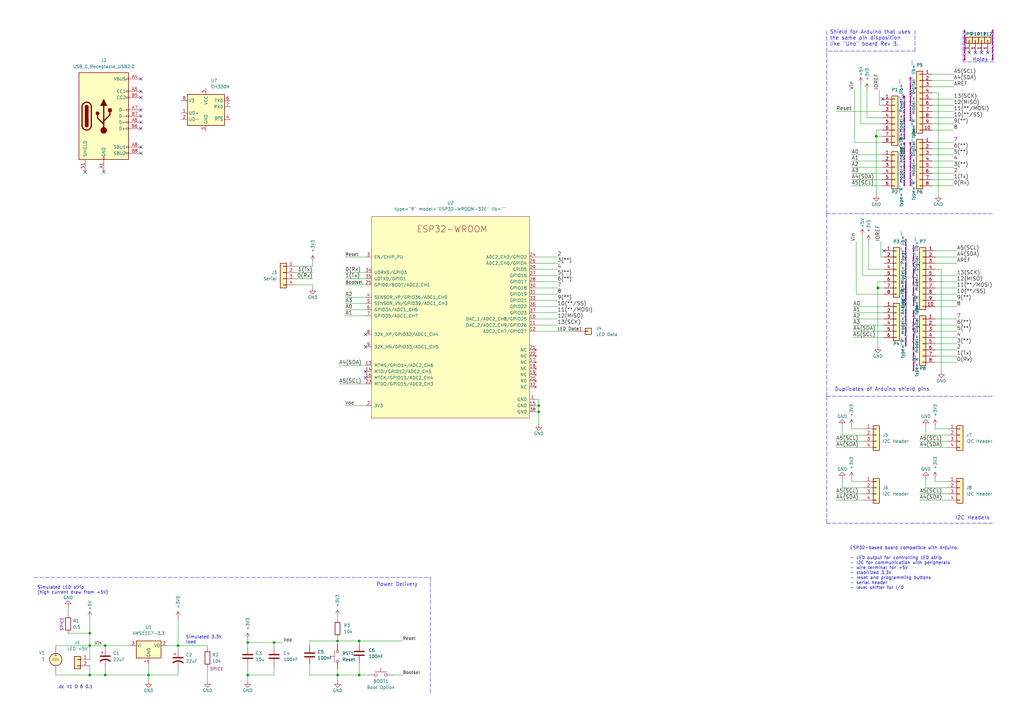
<source format=kicad_sch>
(kicad_sch (version 20211123) (generator eeschema)
  (paper "A3")
  (title_block (date "lun. 30 mars 2015"))
  (lib_symbols
    (symbol "Connector:USB_C_Receptacle_USB2.0" (pin_names (offset 1.016))
      (property "Reference" "J" (at -10.16 19.05 0))
      (property "Value" "USB_C_Receptacle_USB2.0" (at 19.05 19.05 0))
      (symbol "USB_C_Receptacle_USB2.0_1_1"
        (pin passive line (at 0 -22.86 90) (length 5.08) (name "GND") (number "A1"))
        (pin passive line (at 0 -22.86 90) (length 5.08) hide (name "GND") (number "A12"))
        (pin passive line (at 15.24 15.24 180) (length 5.08) (name "VBUS") (number "A4"))
        (pin bidirectional line (at 15.24 10.16 180) (length 5.08) (name "CC1") (number "A5"))
        (pin bidirectional line (at 15.24 -2.54 180) (length 5.08) (name "D+") (number "A6"))
        (pin bidirectional line (at 15.24 2.54 180) (length 5.08) (name "D-") (number "A7"))
        (pin bidirectional line (at 15.24 -12.7 180) (length 5.08) (name "SBU1") (number "A8"))
        (pin passive line (at 15.24 15.24 180) (length 5.08) hide (name "VBUS") (number "A9"))
        (pin passive line (at 0 -22.86 90) (length 5.08) hide (name "GND") (number "B1"))
        (pin passive line (at 0 -22.86 90) (length 5.08) hide (name "GND") (number "B12"))
        (pin passive line (at 15.24 15.24 180) (length 5.08) hide (name "VBUS") (number "B4"))
        (pin bidirectional line (at 15.24 7.62 180) (length 5.08) (name "CC2") (number "B5"))
        (pin bidirectional line (at 15.24 -5.08 180) (length 5.08) (name "D+") (number "B6"))
        (pin bidirectional line (at 15.24 0 180) (length 5.08) (name "D-") (number "B7"))
        (pin bidirectional line (at 15.24 -15.24 180) (length 5.08) (name "SBU2") (number "B8"))
        (pin passive line (at 15.24 15.24 180) (length 5.08) hide (name "VBUS") (number "B9"))
        (pin passive line (at -7.62 -22.86 90) (length 5.08) (name "SHIELD") (number "S1"))
      )
    )
    (symbol "Connector_Generic:Conn_01x01" (pin_names (offset 1.016) hide)
      (property "Reference" "J" (at 0 2.54 0))
      (property "Value" "Conn_01x01" (at 0 -2.54 0))
      (symbol "Conn_01x01_1_1"
        (pin passive line (at -5.08 0 0) (length 3.81) (name "Pin_1") (number "1"))
      )
    )
    (symbol "Connector_Generic:Conn_01x02" (pin_names (offset 1.016) hide)
      (property "Reference" "J" (at 0 2.54 0))
      (property "Value" "Conn_01x02" (at 0 -5.08 0))
      (symbol "Conn_01x02_1_1"
        (pin passive line (at -5.08 0 0) (length 3.81) (name "Pin_1") (number "1"))
        (pin passive line (at -5.08 -2.54 0) (length 3.81) (name "Pin_2") (number "2"))
      )
    )
    (symbol "Connector_Generic:Conn_01x04" (pin_names (offset 1.016) hide)
      (property "Reference" "J" (at 0 5.08 0))
      (property "Value" "Conn_01x04" (at 0 -7.62 0))
      (symbol "Conn_01x04_1_1"
        (pin passive line (at -5.08 2.54 0) (length 3.81) (name "Pin_1") (number "1"))
        (pin passive line (at -5.08 0 0) (length 3.81) (name "Pin_2") (number "2"))
        (pin passive line (at -5.08 -2.54 0) (length 3.81) (name "Pin_3") (number "3"))
        (pin passive line (at -5.08 -5.08 0) (length 3.81) (name "Pin_4") (number "4"))
      )
    )
    (symbol "Connector_Generic:Conn_01x06" (pin_names (offset 1.016) hide)
      (property "Reference" "J" (at 0 7.62 0))
      (property "Value" "Conn_01x06" (at 0 -10.16 0))
      (symbol "Conn_01x06_1_1"
        (pin passive line (at -5.08 5.08 0) (length 3.81) (name "Pin_1") (number "1"))
        (pin passive line (at -5.08 2.54 0) (length 3.81) (name "Pin_2") (number "2"))
        (pin passive line (at -5.08 0 0) (length 3.81) (name "Pin_3") (number "3"))
        (pin passive line (at -5.08 -2.54 0) (length 3.81) (name "Pin_4") (number "4"))
        (pin passive line (at -5.08 -5.08 0) (length 3.81) (name "Pin_5") (number "5"))
        (pin passive line (at -5.08 -7.62 0) (length 3.81) (name "Pin_6") (number "6"))
      )
    )
    (symbol "Connector_Generic:Conn_01x08" (pin_names (offset 1.016) hide)
      (property "Reference" "J" (at 0 10.16 0))
      (property "Value" "Conn_01x08" (at 0 -12.7 0))
      (symbol "Conn_01x08_1_1"
        (pin passive line (at -5.08 7.62 0) (length 3.81) (name "Pin_1") (number "1"))
        (pin passive line (at -5.08 5.08 0) (length 3.81) (name "Pin_2") (number "2"))
        (pin passive line (at -5.08 2.54 0) (length 3.81) (name "Pin_3") (number "3"))
        (pin passive line (at -5.08 0 0) (length 3.81) (name "Pin_4") (number "4"))
        (pin passive line (at -5.08 -2.54 0) (length 3.81) (name "Pin_5") (number "5"))
        (pin passive line (at -5.08 -5.08 0) (length 3.81) (name "Pin_6") (number "6"))
        (pin passive line (at -5.08 -7.62 0) (length 3.81) (name "Pin_7") (number "7"))
        (pin passive line (at -5.08 -10.16 0) (length 3.81) (name "Pin_8") (number "8"))
      )
    )
    (symbol "Connector_Generic:Conn_01x10" (pin_names (offset 1.016) hide)
      (property "Reference" "J" (at 0 12.7 0))
      (property "Value" "Conn_01x10" (at 0 -15.24 0))
      (symbol "Conn_01x10_1_1"
        (pin passive line (at -5.08 10.16 0) (length 3.81) (name "Pin_1") (number "1"))
        (pin passive line (at -5.08 -12.7 0) (length 3.81) (name "Pin_10") (number "10"))
        (pin passive line (at -5.08 7.62 0) (length 3.81) (name "Pin_2") (number "2"))
        (pin passive line (at -5.08 5.08 0) (length 3.81) (name "Pin_3") (number "3"))
        (pin passive line (at -5.08 2.54 0) (length 3.81) (name "Pin_4") (number "4"))
        (pin passive line (at -5.08 0 0) (length 3.81) (name "Pin_5") (number "5"))
        (pin passive line (at -5.08 -2.54 0) (length 3.81) (name "Pin_6") (number "6"))
        (pin passive line (at -5.08 -5.08 0) (length 3.81) (name "Pin_7") (number "7"))
        (pin passive line (at -5.08 -7.62 0) (length 3.81) (name "Pin_8") (number "8"))
        (pin passive line (at -5.08 -10.16 0) (length 3.81) (name "Pin_9") (number "9"))
      )
    )
    (symbol "Device:C" (pin_numbers hide) (pin_names (offset 0.254))
      (property "Reference" "C" (at 0.635 2.54 0))
      (property "Value" "C" (at 0.635 -2.54 0))
      (symbol "C_1_1"
        (pin passive line (at 0 3.81 270) (length 2.794) (name "~") (number "1"))
        (pin passive line (at 0 -3.81 90) (length 2.794) (name "~") (number "2"))
      )
    )
    (symbol "Device:C_Polarized_US" (pin_numbers hide) (pin_names (offset 0.254) hide)
      (property "Reference" "C" (at 0.635 2.54 0))
      (property "Value" "C_Polarized_US" (at 0.635 -2.54 0))
      (symbol "C_Polarized_US_1_1"
        (pin passive line (at 0 3.81 270) (length 2.794) (name "~") (number "1"))
        (pin passive line (at 0 -3.81 90) (length 3.302) (name "~") (number "2"))
      )
    )
    (symbol "Device:R" (pin_numbers hide) (pin_names (offset 0))
      (property "Reference" "R" (at 2.032 0 90))
      (property "Value" "R" (at 0 0 90))
      (symbol "R_1_1"
        (pin passive line (at 0 3.81 270) (length 1.27) (name "~") (number "1"))
        (pin passive line (at 0 -3.81 90) (length 1.27) (name "~") (number "2"))
      )
    )
    (symbol "Espressif:ESP32-WROOM-32E" (pin_names (offset 1.016))
      (property "Reference" "U" (at 0 43.18 0))
      (property "Value" "ESP32-WROOM-32E" (at 0 -41.91 0))
      (symbol "ESP32-WROOM-32E_1_1"
        (text "ESP32-­WROOM­" (at 1.27 36.83 0) (effects (font (size 2.54 2.54))))
        (pin power_in line (at 35.56 -33.02 180) (length 2.54) (name "GND") (number "1"))
        (pin bidirectional line (at 35.56 0 180) (length 2.54) (name "DAC_1/ADC2_CH8/GPIO25") (number "10"))
        (pin bidirectional line (at 35.56 -2.54 180) (length 2.54) (name "DAC_2/ADC2_CH9/GPIO26") (number "11"))
        (pin bidirectional line (at 35.56 -5.08 180) (length 2.54) (name "ADC2_CH7/GPIO27") (number "12"))
        (pin bidirectional line (at -34.29 -19.05 0) (length 2.54) (name "MTMS/GPIO14/ADC2_CH6") (number "13"))
        (pin bidirectional line (at -34.29 -21.59 0) (length 2.54) (name "MTDI/GPIO12/ADC2_CH5") (number "14"))
        (pin power_in line (at 35.56 -35.56 180) (length 2.54) (name "GND") (number "15"))
        (pin bidirectional line (at -34.29 -24.13 0) (length 2.54) (name "MTCK/GPIO13/ADC2_CH4") (number "16"))
        (pin no_connect line (at 35.56 -17.78 180) (length 2.54) (name "NC") (number "17"))
        (pin no_connect line (at 35.56 -20.32 180) (length 2.54) (name "NC") (number "18"))
        (pin no_connect line (at 35.56 -22.86 180) (length 2.54) (name "NC") (number "19"))
        (pin power_in line (at -34.29 -35.56 0) (length 2.54) (name "3V3") (number "2"))
        (pin no_connect line (at 35.56 -25.4 180) (length 2.54) (name "NC") (number "20"))
        (pin no_connect line (at 35.56 -12.7 180) (length 2.54) (name "NC") (number "21"))
        (pin no_connect line (at 35.56 -15.24 180) (length 2.54) (name "NC") (number "22"))
        (pin bidirectional line (at -34.29 -26.67 0) (length 2.54) (name "MTDO/GPIO15/ADC2_CH3") (number "23"))
        (pin bidirectional line (at 35.56 25.4 180) (length 2.54) (name "ADC2_CH2/GPIO2") (number "24"))
        (pin bidirectional line (at -34.29 13.97 0) (length 2.54) (name "GPIO0/BOOT/ADC2_CH1") (number "25"))
        (pin bidirectional line (at 35.56 22.86 180) (length 2.54) (name "ADC2_CH0/GPIO4") (number "26"))
        (pin bidirectional line (at 35.56 17.78 180) (length 2.54) (name "GPIO16") (number "27"))
        (pin bidirectional line (at 35.56 15.24 180) (length 2.54) (name "GPIO17") (number "28"))
        (pin bidirectional line (at 35.56 20.32 180) (length 2.54) (name "GPIO5") (number "29"))
        (pin input line (at -34.29 25.4 0) (length 2.54) (name "EN/CHIP_PU") (number "3"))
        (pin bidirectional line (at 35.56 12.7 180) (length 2.54) (name "GPIO18") (number "30"))
        (pin bidirectional line (at 35.56 10.16 180) (length 2.54) (name "GPIO19") (number "31"))
        (pin no_connect line (at 35.56 -27.94 180) (length 2.54) (name "NC") (number "32"))
        (pin bidirectional line (at 35.56 7.62 180) (length 2.54) (name "GPIO21") (number "33"))
        (pin bidirectional line (at -34.29 19.05 0) (length 2.54) (name "U0RXD/GPIO3") (number "34"))
        (pin bidirectional line (at -34.29 16.51 0) (length 2.54) (name "U0TXD/GPIO1") (number "35"))
        (pin bidirectional line (at 35.56 5.08 180) (length 2.54) (name "GPIO22") (number "36"))
        (pin bidirectional line (at 35.56 2.54 180) (length 2.54) (name "GPIO23") (number "37"))
        (pin power_in line (at 35.56 -38.1 180) (length 2.54) (name "GND") (number "38"))
        (pin input line (at -34.29 8.89 0) (length 2.54) (name "SENSOR_VP/GPIO36/ADC1_CH0") (number "4"))
        (pin input line (at -34.29 6.35 0) (length 2.54) (name "SENSOR_VN/GPIO39/ADC1_CH3") (number "5"))
        (pin input line (at -34.29 3.81 0) (length 2.54) (name "GPIO34/ADC1_CH6") (number "6"))
        (pin input line (at -34.29 1.27 0) (length 2.54) (name "GPIO35/ADC1_CH7") (number "7"))
        (pin bidirectional line (at -34.29 -6.35 0) (length 2.54) (name "32K_XP/GPIO32/ADC1_CH4") (number "8"))
        (pin bidirectional line (at -34.29 -11.43 0) (length 2.54) (name "32K_XN/GPIO33/ADC1_CH5") (number "9"))
      )
    )
    (symbol "Interface_USB:CH330N"
      (property "Reference" "U" (at -7.62 6.35 0))
      (property "Value" "CH330N" (at 7.62 6.35 0))
      (symbol "CH330N_1_1"
        (pin bidirectional line (at -10.16 -2.54 0) (length 2.54) (name "UD+") (number "1"))
        (pin bidirectional line (at -10.16 -5.08 0) (length 2.54) (name "UD-") (number "2"))
        (pin power_in line (at 0 -10.16 90) (length 2.54) (name "GND") (number "3"))
        (pin output line (at 10.16 -5.08 180) (length 2.54) (name "~{RTS}") (number "4"))
        (pin power_in line (at 0 7.62 270) (length 2.54) (name "VCC") (number "5"))
        (pin output line (at 10.16 2.54 180) (length 2.54) (name "TXD") (number "6"))
        (pin input line (at 10.16 0 180) (length 2.54) (name "RXD") (number "7"))
        (pin passive line (at -10.16 2.54 0) (length 2.54) (name "V3") (number "8"))
      )
    )
    (symbol "Regulator_Linear:AMS1117-3.3" (pin_names (offset 0.254))
      (property "Reference" "U" (at -3.81 3.175 0))
      (property "Value" "AMS1117-3.3" (at 0 3.175 0))
      (symbol "AMS1117-3.3_1_1"
        (pin power_in line (at 0 -7.62 90) (length 2.54) (name "GND") (number "1"))
        (pin power_out line (at 7.62 0 180) (length 2.54) (name "VO") (number "2"))
        (pin power_in line (at -7.62 0 0) (length 2.54) (name "VI") (number "3"))
      )
    )
    (symbol "Simulation_SPICE:VDC" (pin_numbers hide) (pin_names (offset 0.0254))
      (property "Reference" "V" (at 2.54 2.54 0))
      (property "Value" "VDC" (at 2.54 0 0))
      (property "Spice_Model" "dc(1)" (at 2.54 -2.54 0))
      (symbol "VDC_0_0"
        (text "+" (at 0 1.905 0) (effects (font (size 1.27 1.27))))
      )
      (symbol "VDC_1_1"
        (pin passive line (at 0 5.08 270) (length 2.54) (name "~") (number "1"))
        (pin passive line (at 0 -5.08 90) (length 2.54) (name "~") (number "2"))
      )
    )
    (symbol "Switch:SW_Push" (pin_numbers hide) (pin_names (offset 1.016) hide)
      (property "Reference" "SW" (at 1.27 2.54 0))
      (property "Value" "SW_Push" (at 0 -1.524 0))
      (symbol "SW_Push_0_1"
        (pin passive line (at -5.08 0 0) (length 2.54) (name "1") (number "1"))
        (pin passive line (at 5.08 0 180) (length 2.54) (name "2") (number "2"))
      )
    )
    (symbol "power:+3.3V" (power) (pin_names (offset 0))
      (property "Value" "+3.3V" (at 0 3.556 0))
      (symbol "+3.3V_1_1"
        (pin power_in line (at 0 0 90) (length 0) hide (name "+3V3") (number "1"))
      )
    )
    (symbol "power:+5V" (power) (pin_names (offset 0))
      (property "Value" "+5V" (at 0 3.556 0))
      (symbol "+5V_1_1"
        (pin power_in line (at 0 0 90) (length 0) hide (name "+5V") (number "1"))
      )
    )
    (symbol "power:GND" (power) (pin_names (offset 0))
      (property "Value" "GND" (at 0 -3.81 0))
      (symbol "GND_1_1"
        (pin power_in line (at 0 0 270) (length 0) hide (name "GND") (number "1"))
      )
    )
  )
  (junction (at 36.83 259.715))
  (junction (at 73.025 264.795))
  (junction (at 138.43 276.86))
  (junction (at 112.395 263.525))
  (junction (at 138.43 262.89))
  (junction (at 359.41 55.88) (diameter 1.016))
  (junction (at 147.32 262.89))
  (junction (at 60.96 276.86))
  (junction (at 147.32 276.86))
  (junction (at 360.045 118.11) (diameter 1.016))
  (junction (at 101.6 263.525))
  (junction (at 43.18 264.795))
  (junction (at 220.98 168.91))
  (junction (at 36.83 264.795))
  (junction (at 36.83 276.86))
  (junction (at 43.18 276.86))
  (junction (at 101.6 276.86))
  (junction (at 220.98 166.37))
  (no_connect (at 402.59 21.59))
  (no_connect (at 397.51 21.59))
  (no_connect (at 400.05 21.59))
  (no_connect (at 405.13 21.59))
  (no_connect (at 361.95 40.64))
  (no_connect (at 57.785 32.385))
  (no_connect (at 57.785 37.465))
  (no_connect (at 57.785 40.005))
  (no_connect (at 57.785 45.085))
  (no_connect (at 57.785 47.625))
  (no_connect (at 57.785 50.165))
  (no_connect (at 57.785 52.705))
  (no_connect (at 57.785 60.325))
  (no_connect (at 57.785 62.865))
  (no_connect (at 42.545 70.485))
  (no_connect (at 34.925 70.485))
  (no_connect (at 149.86 137.16))
  (no_connect (at 149.86 142.24))
  (no_connect (at 149.86 152.4))
  (no_connect (at 149.86 154.94))
  (no_connect (at 362.585 102.87))
  (wire (pts (xy 139.065 157.48) (xy 149.86 157.48)))
  (wire (pts (xy 383.54 146.05) (xy 392.43 146.05)))
  (wire (pts (xy 60.96 276.86) (xy 60.96 279.4)))
  (wire (pts (xy 219.71 115.57) (xy 228.6 115.57)))
  (wire (pts (xy 219.71 120.65) (xy 228.6 120.65)))
  (wire (pts (xy 361.95 48.26) (xy 355.6 48.26)))
  (wire (pts (xy 138.43 262.89) (xy 147.32 262.89)))
  (wire (pts (xy 219.71 123.19) (xy 228.6 123.19)))
  (wire (pts (xy 362.585 135.89) (xy 349.885 135.89)))
  (wire (pts (xy 383.54 140.97) (xy 392.43 140.97)))
  (wire (pts (xy 361.95 71.12) (xy 349.25 71.12)))
  (wire (pts (xy 101.6 265.43) (xy 101.6 263.525)))
  (wire (pts (xy 147.32 262.89) (xy 147.32 264.16)))
  (wire (pts (xy 128.27 116.84) (xy 128.27 118.11)))
  (wire (pts (xy 362.585 110.49) (xy 356.235 110.49)))
  (polyline (pts (xy 375.285 20.955) (xy 375.285 12.065)) (stroke (width 0) (type dash)))
  (wire (pts (xy 383.54 115.57) (xy 392.43 115.57)))
  (wire (pts (xy 73.025 276.86) (xy 73.025 274.32)))
  (wire (pts (xy 353.695 113.03) (xy 353.695 96.52)))
  (wire (pts (xy 219.71 125.73) (xy 228.6 125.73)))
  (wire (pts (xy 22.86 275.59) (xy 22.86 276.86)))
  (wire (pts (xy 382.27 63.5) (xy 391.16 63.5)))
  (wire (pts (xy 383.54 125.73) (xy 392.43 125.73)))
  (wire (pts (xy 127 272.415) (xy 127 276.86)))
  (wire (pts (xy 73.025 264.795) (xy 73.025 253.365)))
  (wire (pts (xy 141.605 121.92) (xy 149.86 121.92)))
  (wire (pts (xy 147.32 262.89) (xy 165.1 262.89)))
  (wire (pts (xy 22.86 264.795) (xy 36.83 264.795)))
  (wire (pts (xy 383.54 138.43) (xy 392.43 138.43)))
  (wire (pts (xy 138.43 261.62) (xy 138.43 262.89)))
  (wire (pts (xy 219.71 168.91) (xy 220.98 168.91)))
  (wire (pts (xy 377.19 202.565) (xy 388.62 202.565)))
  (wire (pts (xy 383.54 118.11) (xy 392.43 118.11)))
  (wire (pts (xy 388.62 175.895) (xy 383.54 175.895)))
  (wire (pts (xy 138.43 276.86) (xy 147.32 276.86)))
  (wire (pts (xy 383.54 113.03) (xy 392.43 113.03)))
  (wire (pts (xy 359.41 53.34) (xy 359.41 55.88)))
  (wire (pts (xy 383.54 175.895) (xy 383.54 174.625)))
  (wire (pts (xy 128.27 114.3) (xy 121.285 114.3)))
  (wire (pts (xy 349.25 197.485) (xy 349.25 196.215)))
  (wire (pts (xy 361.315 99.06) (xy 361.315 105.41)))
  (wire (pts (xy 382.27 43.18) (xy 391.16 43.18)))
  (wire (pts (xy 22.86 265.43) (xy 22.86 264.795)))
  (wire (pts (xy 379.73 200.025) (xy 379.73 196.215)))
  (wire (pts (xy 384.81 38.1) (xy 384.81 80.01)))
  (wire (pts (xy 361.95 53.34) (xy 359.41 53.34)))
  (wire (pts (xy 377.19 205.105) (xy 388.62 205.105)))
  (wire (pts (xy 73.025 264.795) (xy 73.025 266.7)))
  (wire (pts (xy 342.9 180.975) (xy 354.33 180.975)))
  (wire (pts (xy 43.18 273.685) (xy 43.18 276.86)))
  (wire (pts (xy 36.83 273.05) (xy 36.83 276.86)))
  (polyline (pts (xy 339.09 162.56) (xy 407.67 162.56)) (stroke (width 0) (type dash)))
  (wire (pts (xy 383.54 105.41) (xy 392.43 105.41)))
  (wire (pts (xy 112.395 276.86) (xy 101.6 276.86)))
  (wire (pts (xy 382.27 53.34) (xy 391.16 53.34)))
  (wire (pts (xy 383.54 133.35) (xy 392.43 133.35)))
  (wire (pts (xy 360.68 43.18) (xy 361.95 43.18)))
  (wire (pts (xy 377.19 183.515) (xy 388.62 183.515)))
  (wire (pts (xy 361.95 50.8) (xy 353.06 50.8)))
  (wire (pts (xy 354.33 175.895) (xy 349.25 175.895)))
  (wire (pts (xy 36.83 276.86) (xy 43.18 276.86)))
  (wire (pts (xy 342.9 183.515) (xy 354.33 183.515)))
  (wire (pts (xy 112.395 263.525) (xy 116.205 263.525)))
  (wire (pts (xy 382.27 40.64) (xy 391.16 40.64)))
  (wire (pts (xy 36.83 253.365) (xy 36.83 259.715)))
  (wire (pts (xy 362.585 128.27) (xy 349.885 128.27)))
  (wire (pts (xy 342.9 202.565) (xy 354.33 202.565)))
  (wire (pts (xy 68.58 264.795) (xy 73.025 264.795)))
  (wire (pts (xy 382.27 58.42) (xy 391.16 58.42)))
  (wire (pts (xy 361.95 66.04) (xy 349.25 66.04)))
  (wire (pts (xy 112.395 273.05) (xy 112.395 276.86)))
  (wire (pts (xy 362.585 138.43) (xy 349.885 138.43)))
  (wire (pts (xy 220.98 163.83) (xy 219.71 163.83)))
  (wire (pts (xy 388.62 178.435) (xy 379.73 178.435)))
  (wire (pts (xy 382.27 30.48) (xy 391.16 30.48)))
  (wire (pts (xy 138.43 264.16) (xy 138.43 262.89)))
  (wire (pts (xy 128.27 111.76) (xy 121.285 111.76)))
  (wire (pts (xy 141.605 127) (xy 149.86 127)))
  (wire (pts (xy 219.71 130.81) (xy 228.6 130.81)))
  (wire (pts (xy 85.09 273.685) (xy 85.09 279.4)))
  (wire (pts (xy 382.27 71.12) (xy 391.16 71.12)))
  (wire (pts (xy 383.54 148.59) (xy 392.43 148.59)))
  (wire (pts (xy 101.6 276.86) (xy 101.6 279.4)))
  (wire (pts (xy 141.605 105.41) (xy 149.86 105.41)))
  (wire (pts (xy 219.71 128.27) (xy 228.6 128.27)))
  (wire (pts (xy 220.98 166.37) (xy 220.98 163.83)))
  (wire (pts (xy 138.43 252.73) (xy 138.43 254)))
  (wire (pts (xy 36.83 259.715) (xy 27.94 259.715)))
  (wire (pts (xy 360.045 115.57) (xy 360.045 118.11)))
  (wire (pts (xy 219.71 166.37) (xy 220.98 166.37)))
  (wire (pts (xy 388.62 200.025) (xy 379.73 200.025)))
  (wire (pts (xy 361.95 58.42) (xy 350.52 58.42)))
  (wire (pts (xy 362.585 120.65) (xy 351.155 120.65)))
  (wire (pts (xy 362.585 130.81) (xy 349.885 130.81)))
  (wire (pts (xy 85.09 266.065) (xy 85.09 264.795)))
  (wire (pts (xy 219.71 105.41) (xy 228.6 105.41)))
  (wire (pts (xy 383.54 135.89) (xy 392.43 135.89)))
  (wire (pts (xy 85.09 264.795) (xy 73.025 264.795)))
  (wire (pts (xy 60.96 276.86) (xy 73.025 276.86)))
  (wire (pts (xy 361.95 63.5) (xy 349.25 63.5)))
  (wire (pts (xy 60.96 272.415) (xy 60.96 276.86)))
  (wire (pts (xy 141.605 116.84) (xy 149.86 116.84)))
  (wire (pts (xy 382.27 45.72) (xy 391.16 45.72)))
  (wire (pts (xy 345.44 178.435) (xy 345.44 174.625)))
  (wire (pts (xy 361.95 73.66) (xy 349.25 73.66)))
  (wire (pts (xy 36.83 270.51) (xy 36.83 264.795)))
  (polyline (pts (xy 407.67 25.4) (xy 394.97 25.4)) (stroke (width 0) (type dash)))
  (wire (pts (xy 101.6 273.05) (xy 101.6 276.86)))
  (wire (pts (xy 383.54 130.81) (xy 392.43 130.81)))
  (wire (pts (xy 141.605 124.46) (xy 149.86 124.46)))
  (wire (pts (xy 127 262.89) (xy 138.43 262.89)))
  (wire (pts (xy 361.95 45.72) (xy 342.9 45.72)))
  (wire (pts (xy 382.27 38.1) (xy 384.81 38.1)))
  (wire (pts (xy 361.95 55.88) (xy 359.41 55.88)))
  (wire (pts (xy 382.27 50.8) (xy 391.16 50.8)))
  (wire (pts (xy 220.98 168.91) (xy 220.98 166.37)))
  (wire (pts (xy 147.32 276.86) (xy 151.13 276.86)))
  (wire (pts (xy 349.25 175.895) (xy 349.25 174.625)))
  (wire (pts (xy 220.98 173.99) (xy 220.98 168.91)))
  (wire (pts (xy 128.27 109.22) (xy 128.27 107.315)))
  (wire (pts (xy 141.605 111.76) (xy 149.86 111.76)))
  (wire (pts (xy 43.18 264.795) (xy 53.34 264.795)))
  (wire (pts (xy 127 264.795) (xy 127 262.89)))
  (wire (pts (xy 359.41 55.88) (xy 359.41 80.01)))
  (wire (pts (xy 354.33 200.025) (xy 345.44 200.025)))
  (wire (pts (xy 43.18 276.86) (xy 60.96 276.86)))
  (wire (pts (xy 345.44 200.025) (xy 345.44 196.215)))
  (wire (pts (xy 362.585 113.03) (xy 353.695 113.03)))
  (wire (pts (xy 377.19 180.975) (xy 388.62 180.975)))
  (wire (pts (xy 350.52 58.42) (xy 350.52 36.83)))
  (wire (pts (xy 36.83 264.795) (xy 43.18 264.795)))
  (wire (pts (xy 383.54 143.51) (xy 392.43 143.51)))
  (polyline (pts (xy 339.09 87.63) (xy 407.67 87.63)) (stroke (width 0) (type dash)))
  (wire (pts (xy 386.08 110.49) (xy 386.08 152.4)))
  (wire (pts (xy 219.71 135.89) (xy 236.22 135.89)))
  (wire (pts (xy 112.395 265.43) (xy 112.395 263.525)))
  (wire (pts (xy 382.27 68.58) (xy 391.16 68.58)))
  (polyline (pts (xy 339.09 214.63) (xy 407.67 214.63)) (stroke (width 0) (type dash)))
  (polyline (pts (xy 13.97 236.855) (xy 176.53 236.855)) (stroke (width 0) (type dash)))
  (wire (pts (xy 43.18 264.795) (xy 43.18 266.065)))
  (wire (pts (xy 361.95 76.2) (xy 349.25 76.2)))
  (wire (pts (xy 379.73 178.435) (xy 379.73 174.625)))
  (wire (pts (xy 362.585 133.35) (xy 349.885 133.35)))
  (wire (pts (xy 141.605 166.37) (xy 149.86 166.37)))
  (wire (pts (xy 383.54 107.95) (xy 392.43 107.95)))
  (wire (pts (xy 382.27 73.66) (xy 391.16 73.66)))
  (polyline (pts (xy 394.97 25.4) (xy 394.97 12.7)) (stroke (width 0) (type dash)))
  (wire (pts (xy 219.71 133.35) (xy 228.6 133.35)))
  (wire (pts (xy 147.32 276.86) (xy 147.32 271.78)))
  (wire (pts (xy 382.27 60.96) (xy 391.16 60.96)))
  (wire (pts (xy 342.9 205.105) (xy 354.33 205.105)))
  (wire (pts (xy 36.83 259.715) (xy 36.83 264.795)))
  (polyline (pts (xy 339.09 162.56) (xy 339.09 214.63)) (stroke (width 0) (type dash)))
  (wire (pts (xy 127 276.86) (xy 138.43 276.86)))
  (wire (pts (xy 219.71 113.03) (xy 228.6 113.03)))
  (wire (pts (xy 353.06 50.8) (xy 353.06 34.29)))
  (wire (pts (xy 121.285 116.84) (xy 128.27 116.84)))
  (wire (pts (xy 362.585 115.57) (xy 360.045 115.57)))
  (wire (pts (xy 161.29 276.86) (xy 165.1 276.86)))
  (wire (pts (xy 27.94 248.92) (xy 27.94 252.095)))
  (wire (pts (xy 383.54 120.65) (xy 392.43 120.65)))
  (wire (pts (xy 383.54 102.87) (xy 392.43 102.87)))
  (wire (pts (xy 139.065 149.86) (xy 149.86 149.86)))
  (wire (pts (xy 382.27 33.02) (xy 391.16 33.02)))
  (wire (pts (xy 219.71 107.95) (xy 228.6 107.95)))
  (wire (pts (xy 351.155 120.65) (xy 351.155 99.06)))
  (wire (pts (xy 354.33 197.485) (xy 349.25 197.485)))
  (wire (pts (xy 356.235 110.49) (xy 356.235 99.06)))
  (wire (pts (xy 382.27 66.04) (xy 391.16 66.04)))
  (wire (pts (xy 382.27 35.56) (xy 391.16 35.56)))
  (wire (pts (xy 22.86 276.86) (xy 36.83 276.86)))
  (wire (pts (xy 219.71 118.11) (xy 228.6 118.11)))
  (wire (pts (xy 141.605 114.3) (xy 149.86 114.3)))
  (polyline (pts (xy 339.09 12.7) (xy 339.09 87.63)) (stroke (width 0) (type dash)))
  (wire (pts (xy 121.285 109.22) (xy 128.27 109.22)))
  (wire (pts (xy 362.585 118.11) (xy 360.045 118.11)))
  (wire (pts (xy 355.6 48.26) (xy 355.6 36.83)))
  (wire (pts (xy 360.68 36.83) (xy 360.68 43.18)))
  (wire (pts (xy 383.54 197.485) (xy 383.54 196.215)))
  (wire (pts (xy 360.045 118.11) (xy 360.045 142.24)))
  (wire (pts (xy 138.43 276.86) (xy 138.43 279.4)))
  (wire (pts (xy 101.6 262.255) (xy 101.6 263.525)))
  (wire (pts (xy 383.54 123.19) (xy 392.43 123.19)))
  (wire (pts (xy 141.605 129.54) (xy 149.86 129.54)))
  (wire (pts (xy 382.27 76.2) (xy 391.16 76.2)))
  (wire (pts (xy 382.27 48.26) (xy 391.16 48.26)))
  (wire (pts (xy 138.43 274.32) (xy 138.43 276.86)))
  (wire (pts (xy 361.315 105.41) (xy 362.585 105.41)))
  (wire (pts (xy 219.71 110.49) (xy 228.6 110.49)))
  (wire (pts (xy 388.62 197.485) (xy 383.54 197.485)))
  (wire (pts (xy 101.6 263.525) (xy 112.395 263.525)))
  (polyline (pts (xy 176.53 236.855) (xy 176.53 284.48)) (stroke (width 0) (type dash)))
  (wire (pts (xy 361.95 68.58) (xy 349.25 68.58)))
  (wire (pts (xy 354.33 178.435) (xy 345.44 178.435)))
  (wire (pts (xy 383.54 110.49) (xy 386.08 110.49)))
  (wire (pts (xy 362.585 125.73) (xy 349.885 125.73)))
  (polyline (pts (xy 339.725 20.955) (xy 375.285 20.955)) (stroke (width 0) (type dash)))
  (polyline (pts (xy 339.09 87.63) (xy 339.09 162.56)) (stroke (width 0) (type dash)))
  (text "Simulated 3.3V\nload" (at 76.2 264.16 0) (effects (font (size 1.27 1.27)) (justify left bottom)))
  (text "ESP32-based board compatible with Arduino.\n\n- LED output for controlling LED strip\n- I2C for communication with peripherals\n- wire terminal for +5V\n- stabilized 3.3V\n- reset and programming buttons\n- serial header\n- level shifter for I/O" (at 348.615 241.935 0) (effects (font (size 1.27 1.27)) (justify left bottom)))
  (text ".dc V1 0 6 0.1" (at 23.495 282.575 0) (effects (font (size 1.27 1.27)) (justify left bottom)))
  (text "Simulated LED strip\n(high current draw from +5V)" (at 15.24 243.84 0) (effects (font (size 1.27 1.27)) (justify left bottom)))
  (text "Holes" (at 398.78 25.4 0) (effects (font (size 1.524 1.524)) (justify left bottom)))
  (text "Duplicates of Arduino shield pins" (at 342.265 160.655 0) (effects (font (size 1.524 1.524)) (justify left bottom)))
  (text "Shield for Arduino that uses\nthe same pin disposition\nlike \"Uno\" board Rev 3." (at 340.36 19.05 0) (effects (font (size 1.524 1.524)) (justify left bottom)))
  (text "I2C Headers" (at 391.795 213.36 0) (effects (font (size 1.524 1.524)) (justify left bottom)))
  (text "1" (at 369.57 40.64 0) (effects (font (size 1.524 1.524)) (justify left bottom)))
  (text "Power Delivery" (at 154.305 240.665 0) (effects (font (size 1.524 1.524)) (justify left bottom)))
  (label "2" (at 392.43 143.51 0) (effects (font (size 1.524 1.524))))
  (label "1(Tx)" (at 392.43 146.05 0) (effects (font (size 1.524 1.524))))
  (label "Vin" (at 350.52 36.83 90) (effects (font (size 1.524 1.524))))
  (label "A0" (at 141.605 127 0) (effects (font (size 1.524 1.524))))
  (label "0(Rx)" (at 392.43 148.59 0) (effects (font (size 1.524 1.524))))
  (label "Reset" (at 165.1 262.89 0))
  (label "A1" (at 141.605 129.54 0) (effects (font (size 1.524 1.524))))
  (label "Vin" (at 38.735 264.795 0))
  (label "0(Rx)" (at 391.16 76.2 0) (effects (font (size 1.524 1.524))))
  (label "9(**)" (at 228.6 123.19 0) (effects (font (size 1.524 1.524))))
  (label "A3" (at 141.605 124.46 0) (effects (font (size 1.524 1.524))))
  (label "0(Rx)" (at 128.27 114.3 180) (effects (font (size 1.524 1.524))))
  (label "A4(SDA)" (at 349.25 73.66 0) (effects (font (size 1.524 1.524))))
  (label "A5(SCL)" (at 392.43 102.87 0) (effects (font (size 1.524 1.524))))
  (label "AREF" (at 392.43 107.95 0) (effects (font (size 1.524 1.524))))
  (label "A4(SDA)" (at 392.43 105.41 0) (effects (font (size 1.524 1.524))))
  (label "7" (at 228.6 118.11 0) (effects (font (size 1.524 1.524))))
  (label "13(SCK)" (at 228.6 133.35 0) (effects (font (size 1.524 1.524))))
  (label "Bootsel" (at 165.1 276.86 0))
  (label "3(**)" (at 392.43 140.97 0) (effects (font (size 1.524 1.524))))
  (label "12(MISO)" (at 392.43 115.57 0) (effects (font (size 1.524 1.524))))
  (label "A4(SDA)" (at 342.9 183.515 0) (effects (font (size 1.524 1.524))))
  (label "2" (at 228.6 105.41 0) (effects (font (size 1.524 1.524))))
  (label "9(**)" (at 392.43 123.19 0) (effects (font (size 1.524 1.524))))
  (label "4" (at 391.16 66.04 0) (effects (font (size 1.524 1.524))))
  (label "A4(SDA)" (at 342.9 205.105 0) (effects (font (size 1.524 1.524))))
  (label "3(**)" (at 228.6 107.95 0) (effects (font (size 1.524 1.524))))
  (label "0(Rx)" (at 141.605 111.76 0) (effects (font (size 1.524 1.524))))
  (label "5(**)" (at 391.16 63.5 0) (effects (font (size 1.524 1.524))))
  (label "A2" (at 349.25 68.58 0) (effects (font (size 1.524 1.524))))
  (label "A5(SCL)" (at 349.25 76.2 0) (effects (font (size 1.524 1.524))))
  (label "A0" (at 349.25 63.5 0) (effects (font (size 1.524 1.524))))
  (label "12(MISO)" (at 228.6 130.81 0) (effects (font (size 1.524 1.524))))
  (label "5(**)" (at 228.6 113.03 0) (effects (font (size 1.524 1.524))))
  (label "1(Tx)" (at 128.27 111.76 180) (effects (font (size 1.524 1.524))))
  (label "10(**/SS)" (at 228.6 125.73 0) (effects (font (size 1.524 1.524))))
  (label "A1" (at 349.25 66.04 0) (effects (font (size 1.524 1.524))))
  (label "Vdd" (at 116.205 263.525 0))
  (label "A2" (at 141.605 121.92 0) (effects (font (size 1.524 1.524))))
  (label "A5(SCL)" (at 342.9 180.975 0) (effects (font (size 1.524 1.524))))
  (label "Bootsel" (at 141.605 116.84 0))
  (label "LED Data" (at 228.6 135.89 0))
  (label "A5(SCL)" (at 139.065 157.48 0) (effects (font (size 1.524 1.524))))
  (label "A1" (at 349.885 128.27 0) (effects (font (size 1.524 1.524))))
  (label "10(**/SS)" (at 391.16 48.26 0) (effects (font (size 1.524 1.524))))
  (label "5(**)" (at 392.43 135.89 0) (effects (font (size 1.524 1.524))))
  (label "13(SCK)" (at 391.16 40.64 0) (effects (font (size 1.524 1.524))))
  (label "4" (at 228.6 110.49 0) (effects (font (size 1.524 1.524))))
  (label "A5(SCL)" (at 349.885 138.43 0) (effects (font (size 1.524 1.524))))
  (label "A3" (at 349.885 133.35 0) (effects (font (size 1.524 1.524))))
  (label "A4(SDA)" (at 377.19 205.105 0) (effects (font (size 1.524 1.524))))
  (label "Reset" (at 141.605 105.41 0))
  (label "A5(SCL)" (at 377.19 180.975 0) (effects (font (size 1.524 1.524))))
  (label "7" (at 392.43 130.81 0) (effects (font (size 1.524 1.524))))
  (label "A5(SCL)" (at 342.9 202.565 0) (effects (font (size 1.524 1.524))))
  (label "IOREF" (at 361.315 99.06 90) (effects (font (size 1.524 1.524))))
  (label "7" (at 391.16 58.42 0) (effects (font (size 1.524 1.524))))
  (label "A4(SDA)" (at 391.16 33.02 0) (effects (font (size 1.524 1.524))))
  (label "A3" (at 349.25 71.12 0) (effects (font (size 1.524 1.524))))
  (label "Reset" (at 342.9 45.72 0) (effects (font (size 1.524 1.524))))
  (label "2" (at 391.16 71.12 0) (effects (font (size 1.524 1.524))))
  (label "12(MISO)" (at 391.16 43.18 0) (effects (font (size 1.524 1.524))))
  (label "4" (at 392.43 138.43 0) (effects (font (size 1.524 1.524))))
  (label "3(**)" (at 391.16 68.58 0) (effects (font (size 1.524 1.524))))
  (label "6(**)" (at 228.6 115.57 0) (effects (font (size 1.524 1.524))))
  (label "8" (at 228.6 120.65 0) (effects (font (size 1.524 1.524))))
  (label "9(**)" (at 391.16 50.8 0) (effects (font (size 1.524 1.524))))
  (label "8" (at 391.16 53.34 0) (effects (font (size 1.524 1.524))))
  (label "A4(SDA)" (at 139.065 149.86 0) (effects (font (size 1.524 1.524))))
  (label "A2" (at 349.885 130.81 0) (effects (font (size 1.524 1.524))))
  (label "13(SCK)" (at 392.43 113.03 0) (effects (font (size 1.524 1.524))))
  (label "6(**)" (at 392.43 133.35 0) (effects (font (size 1.524 1.524))))
  (label "A5(SCL)" (at 391.16 30.48 0) (effects (font (size 1.524 1.524))))
  (label "IOREF" (at 360.68 36.83 90) (effects (font (size 1.524 1.524))))
  (label "A4(SDA)" (at 377.19 183.515 0) (effects (font (size 1.524 1.524))))
  (label "A5(SCL)" (at 377.19 202.565 0) (effects (font (size 1.524 1.524))))
  (label "AREF" (at 391.16 35.56 0) (effects (font (size 1.524 1.524))))
  (label "Vdd" (at 141.605 166.37 0))
  (label "Vin" (at 351.155 99.06 90) (effects (font (size 1.524 1.524))))
  (label "A4(SDA)" (at 349.885 135.89 0) (effects (font (size 1.524 1.524))))
  (label "11(**/MOSI)" (at 392.43 118.11 0) (effects (font (size 1.524 1.524))))
  (label "10(**/SS)" (at 392.43 120.65 0) (effects (font (size 1.524 1.524))))
  (label "A0" (at 349.885 125.73 0) (effects (font (size 1.524 1.524))))
  (label "11(**/MOSI)" (at 391.16 45.72 0) (effects (font (size 1.524 1.524))))
  (label "1(Tx)" (at 141.605 114.3 0) (effects (font (size 1.524 1.524))))
  (label "1(Tx)" (at 391.16 73.66 0) (effects (font (size 1.524 1.524))))
  (label "6(**)" (at 391.16 60.96 0) (effects (font (size 1.524 1.524))))
  (label "11(**/MOSI)" (at 228.6 128.27 0) (effects (font (size 1.524 1.524))))
  (label "8" (at 392.43 125.73 0) (effects (font (size 1.524 1.524))))
  (symbol (lib_id "Connector_Generic:Conn_01x08") (at 367.03 48.26 0) (unit 1)
    (property "Reference" "P1" (at 367.03 36.83 0))
    (property "Value" "Power" (at 369.57 48.26 90))
    (property "Footprint" "Socket_Arduino_Uno:Socket_Strip_Arduino_1x08" (at 370.84 48.26 90) (effects (font (size 0.508 0.508))))
    (property "Spice_Primitive" "R" (effects hide))
    (property "Spice_Netlist_Enabled" "N" (effects hide))
  )
  (symbol (lib_id "power:+3.3V") (at 355.6 36.83 0) (unit 1)
    (property "Reference" "#PWR019" (effects hide))
    (property "Value" "+3.3V" (at 355.6 30.48 90))
  )
  (symbol (lib_id "power:+5V") (at 353.06 34.29 0) (unit 1)
    (property "Reference" "#PWR017" (effects hide))
    (property "Value" "+5V" (at 353.06 29.21 90))
  )
  (symbol (lib_id "power:GND") (at 359.41 80.01 0) (unit 1)
    (property "Reference" "#PWR021" (effects hide))
    (property "Value" "GND" (at 359.41 83.82 0))
  )
  (symbol (lib_id "power:GND") (at 384.81 80.01 0) (unit 1)
    (property "Reference" "#PWR027" (effects hide))
    (property "Value" "GND" (at 384.81 83.82 0))
  )
  (symbol (lib_id "Connector_Generic:Conn_01x06") (at 367.03 68.58 0) (unit 1)
    (property "Reference" "P2" (at 367.03 78.74 0))
    (property "Value" "Analog" (at 369.57 68.58 90))
    (property "Footprint" "Socket_Arduino_Uno:Socket_Strip_Arduino_1x06" (at 370.84 67.31 90) (effects (font (size 0.508 0.508))))
    (property "Spice_Primitive" "R" (effects hide))
    (property "Spice_Netlist_Enabled" "N" (effects hide))
  )
  (symbol (lib_id "Connector_Generic:Conn_01x01") (at 397.51 16.51 90) (unit 1)
    (property "Reference" "P9" (at 397.51 13.97 90))
    (property "Value" "CONN_01X01" (effects hide))
    (property "Footprint" "Socket_Arduino_Uno:Arduino_1pin" (at 395.6304 18.5166 0) (effects (font (size 0.508 0.508))))
    (property "Spice_Netlist_Enabled" "N" (effects hide))
  )
  (symbol (lib_id "Connector_Generic:Conn_01x01") (at 400.05 16.51 90) (unit 1)
    (property "Reference" "P10" (at 400.05 13.97 90))
    (property "Value" "CONN_01X01" (effects hide))
    (property "Footprint" "Socket_Arduino_Uno:Arduino_1pin" (effects hide))
    (property "Spice_Netlist_Enabled" "N" (effects hide))
  )
  (symbol (lib_id "Connector_Generic:Conn_01x01") (at 402.59 16.51 90) (unit 1)
    (property "Reference" "P11" (at 402.59 13.97 90))
    (property "Value" "CONN_01X01" (effects hide))
    (property "Footprint" "Socket_Arduino_Uno:Arduino_1pin" (effects hide))
    (property "Spice_Netlist_Enabled" "N" (effects hide))
  )
  (symbol (lib_id "Connector_Generic:Conn_01x01") (at 405.13 16.51 90) (unit 1)
    (property "Reference" "P12" (at 405.13 13.97 90))
    (property "Value" "CONN_01X01" (effects hide))
    (property "Footprint" "Socket_Arduino_Uno:Arduino_1pin" (at 407.1112 18.4404 0) (effects (font (size 0.508 0.508))))
    (property "Spice_Netlist_Enabled" "N" (effects hide))
  )
  (symbol (lib_id "Connector_Generic:Conn_01x08") (at 377.19 66.04 0) (mirror y) (unit 1)
    (property "Reference" "P6" (at 377.19 78.74 0))
    (property "Value" "Digital" (at 374.65 66.04 90))
    (property "Footprint" "Socket_Arduino_Uno:Socket_Strip_Arduino_1x08" (at 373.38 67.31 90) (effects (font (size 0.508 0.508))))
    (property "Spice_Primitive" "R" (effects hide))
    (property "Spice_Netlist_Enabled" "N" (effects hide))
  )
  (symbol (lib_id "Connector_Generic:Conn_01x10") (at 377.19 40.64 0) (mirror y) (unit 1)
    (property "Reference" "P5" (at 377.19 26.67 0))
    (property "Value" "Digital" (at 374.65 40.64 90))
    (property "Footprint" "Socket_Arduino_Uno:Socket_Strip_Arduino_1x10" (at 373.38 40.64 90) (effects (font (size 0.508 0.508))))
    (property "Spice_Primitive" "R" (effects hide))
    (property "Spice_Netlist_Enabled" "N" (effects hide))
  )
  (symbol (lib_id "power:GND") (at 379.73 174.625 180) (unit 1)
    (property "Reference" "#PWR023" (effects hide))
    (property "Value" "GND" (at 379.73 170.815 0))
  )
  (symbol (lib_id "power:GND") (at 138.43 279.4 0) (unit 1)
    (property "Reference" "#PWR011" (effects hide))
    (property "Value" "GND" (at 138.43 283.21 0))
  )
  (symbol (lib_id "Connector_Generic:Conn_01x04") (at 393.7 178.435 0) (unit 1)
    (property "Reference" "J7" (at 396.24 178.4349 0) (effects (justify left)))
    (property "Value" "I2C Header" (at 396.24 180.9749 0) (effects (justify left)))
    (property "Footprint" "Connector_JST:JST_PH_B4B-PH-K_1x04_P2.00mm_Vertical" (effects hide))
    (property "Spice_Primitive" "J" (effects hide))
    (property "Spice_Model" "Conn_01x04" (effects hide))
    (property "Spice_Netlist_Enabled" "N" (effects hide))
  )
  (symbol (lib_id "Device:R") (at 138.43 257.81 0) (unit 1)
    (property "Reference" "R3" (at 140.97 256.5399 0) (effects (justify left)))
    (property "Value" "10k" (at 140.97 259.0799 0) (effects (justify left)))
    (property "Footprint" "Resistor_SMD:R_1206_3216Metric" (effects hide))
    (property "Spice_Netlist_Enabled" "Y" (effects hide))
    (property "Spice_Primitive" "R" (effects hide))
    (property "Spice_Model" "10k" (effects hide))
  )
  (symbol (lib_id "Interface_USB:CH330N") (at 84.455 43.815 0) (unit 1)
    (property "Reference" "U?" (at 86.4744 33.02 0) (effects (justify left)))
    (property "Value" "CH330N" (at 86.4744 35.56 0) (effects (justify left)))
    (property "Footprint" "Package_SO:SOIC-8_3.9x4.9mm_P1.27mm" (effects hide))
    (property "Datasheet" "http://www.wch.cn/downloads/file/240.html" (effects hide))
  )
  (symbol (lib_id "Device:C") (at 127 268.605 0) (unit 1)
    (property "Reference" "C5" (at 130.175 267.3349 0) (effects (justify left)))
    (property "Value" "100nF" (at 130.175 269.8749 0) (effects (justify left)))
    (property "Footprint" "Capacitor_SMD:C_1206_3216Metric" (effects hide))
    (property "Spice_Netlist_Enabled" "Y" (effects hide))
    (property "Spice_Primitive" "C" (effects hide))
    (property "Spice_Model" "100n" (effects hide))
  )
  (symbol (lib_id "Device:C_Polarized_US") (at 43.18 269.875 0) (unit 1)
    (property "Reference" "C1" (at 46.355 267.9699 0) (effects (justify left)))
    (property "Value" "22uF" (at 46.355 270.5099 0) (effects (justify left)))
    (property "Footprint" "Capacitor_Tantalum_SMD:CP_EIA-3528-12_Kemet-T_Pad1.50x2.35mm_HandSolder" (effects hide))
    (property "Spice_Primitive" "C" (effects hide))
    (property "Spice_Model" "22u" (effects hide))
    (property "Spice_Netlist_Enabled" "Y" (effects hide))
  )
  (symbol (lib_id "Connector:USB_C_Receptacle_USB2.0") (at 42.545 47.625 0) (unit 1)
    (property "Reference" "J2" (at 42.545 24.765 0))
    (property "Value" "USB_C_Receptacle_USB2.0" (at 42.545 27.305 0))
    (property "Footprint" "Connector_USB:USB_C_Receptacle_GCT_USB4085" (effects hide))
    (property "Datasheet" "https://www.usb.org/sites/default/files/documents/usb_type-c.zip" (effects hide))
    (property "Spice_Primitive" "J" (effects hide))
    (property "Spice_Model" "USB_C_Receptacle_USB2.0" (effects hide))
    (property "Spice_Netlist_Enabled" "N" (effects hide))
  )
  (symbol (lib_id "power:+3.3V") (at 383.54 196.215 0) (unit 1)
    (property "Reference" "#PWR026" (effects hide))
    (property "Value" "+3.3V" (at 383.54 189.865 90))
  )
  (symbol (lib_id "Connector_Generic:Conn_01x08") (at 367.665 110.49 0) (unit 1)
    (property "Reference" "P3" (at 367.665 99.06 0))
    (property "Value" "Power" (at 370.205 110.49 90))
    (property "Footprint" "Connector_PinHeader_2.54mm:PinHeader_1x08_P2.54mm_Vertical" (at 371.475 110.49 90) (effects (font (size 0.508 0.508))))
    (property "Spice_Primitive" "R" (effects hide))
    (property "Spice_Netlist_Enabled" "N" (effects hide))
  )
  (symbol (lib_id "Connector_Generic:Conn_01x04") (at 116.205 111.76 0) (mirror y) (unit 1)
    (property "Reference" "J3" (at 113.665 111.7599 0) (effects (justify left)))
    (property "Value" "Serial" (at 113.665 114.2999 0) (effects (justify left)))
    (property "Footprint" "Connector_PinHeader_2.54mm:PinHeader_1x04_P2.54mm_Vertical" (effects hide))
    (property "Spice_Primitive" "J" (effects hide))
    (property "Spice_Model" "Conn_01x04" (effects hide))
    (property "Spice_Netlist_Enabled" "N" (effects hide))
  )
  (symbol (lib_id "power:GND") (at 220.98 173.99 0) (unit 1)
    (property "Reference" "#PWR012" (effects hide))
    (property "Value" "GND" (at 220.98 177.8 0))
  )
  (symbol (lib_id "power:GND") (at 345.44 174.625 180) (unit 1)
    (property "Reference" "#PWR013" (effects hide))
    (property "Value" "GND" (at 345.44 170.815 0))
  )
  (symbol (lib_id "Espressif:ESP32-WROOM-32E") (at 184.15 130.81 0) (unit 1)
    (property "Reference" "U2" (at 184.785 83.185 0))
    (property "Value" "ESP32-WROOM-32E" (at 184.785 85.725 0))
    (property "Footprint" "Espressif:ESP32-WROOM-32E" (effects hide))
    (property "Datasheet" "https://www.espressif.com/sites/default/files/documentation/esp32-wroom-32e_esp32-wroom-32ue_datasheet_en.pdf" (effects hide))
    (property "Spice_Primitive" "R" (effects hide))
    (property "Spice_Netlist_Enabled" "N" (effects hide))
  )
  (symbol (lib_id "Connector_Generic:Conn_01x02") (at 31.75 270.51 0) (mirror y) (unit 1)
    (property "Reference" "J1" (at 31.75 263.525 0))
    (property "Value" "LED +5V" (at 31.75 266.065 0))
    (property "Footprint" "TerminalBlock_TE-Connectivity:TerminalBlock_TE_282834-2_1x02_P2.54mm_Horizontal" (effects hide))
    (property "Spice_Primitive" "J" (effects hide))
    (property "Spice_Model" "Conn_01x02" (effects hide))
    (property "Spice_Netlist_Enabled" "N" (effects hide))
    (property "Reference" "J1" (effects hide))
    (property "Value" "LED +5V" (effects hide))
  )
  (symbol (lib_id "power:+3.3V") (at 128.27 107.315 0) (mirror y) (unit 1)
    (property "Reference" "#PWR08" (effects hide))
    (property "Value" "+3.3V" (at 128.27 100.965 90))
  )
  (symbol (lib_id "power:+3.3V") (at 383.54 174.625 0) (unit 1)
    (property "Reference" "#PWR025" (effects hide))
    (property "Value" "+3.3V" (at 383.54 168.275 90))
  )
  (symbol (lib_id "power:GND") (at 27.94 248.92 180) (unit 1)
    (property "Reference" "#PWR01" (effects hide))
    (property "Value" "GND" (at 27.94 245.11 0))
  )
  (symbol (lib_id "Connector_Generic:Conn_01x10") (at 378.46 113.03 0) (mirror y) (unit 1)
    (property "Reference" "P7" (at 378.46 99.06 0))
    (property "Value" "Digital" (at 375.92 113.03 90))
    (property "Footprint" "Connector_PinHeader_2.54mm:PinHeader_1x10_P2.54mm_Vertical" (at 374.65 113.03 90) (effects (font (size 0.508 0.508))))
    (property "Spice_Primitive" "R" (effects hide))
    (property "Spice_Netlist_Enabled" "N" (effects hide))
  )
  (symbol (lib_id "Connector_Generic:Conn_01x04") (at 359.41 200.025 0) (unit 1)
    (property "Reference" "J6" (at 361.95 200.0249 0) (effects (justify left)))
    (property "Value" "I2C Header" (at 361.95 202.5649 0) (effects (justify left)))
    (property "Footprint" "Connector_JST:JST_PH_B4B-PH-K_1x04_P2.00mm_Vertical" (effects hide))
    (property "Spice_Primitive" "J" (effects hide))
    (property "Spice_Model" "Conn_01x04" (effects hide))
    (property "Spice_Netlist_Enabled" "N" (effects hide))
  )
  (symbol (lib_id "power:+3.3V") (at 138.43 252.73 0) (unit 1)
    (property "Reference" "#PWR010" (effects hide))
    (property "Value" "+3.3V" (at 138.43 246.38 90))
  )
  (symbol (lib_id "power:GND") (at 360.045 142.24 0) (unit 1)
    (property "Reference" "#PWR022" (effects hide))
    (property "Value" "GND" (at 360.045 146.05 0))
  )
  (symbol (lib_id "power:+5V") (at 36.83 253.365 0) (unit 1)
    (property "Reference" "#PWR02" (effects hide))
    (property "Value" "+5V" (at 36.83 248.285 90))
  )
  (symbol (lib_id "Device:C") (at 147.32 267.97 0) (unit 1)
    (property "Reference" "C6" (at 151.13 266.6999 0) (effects (justify left)))
    (property "Value" "100nF" (at 151.13 269.2399 0) (effects (justify left)))
    (property "Footprint" "Capacitor_SMD:C_1206_3216Metric" (effects hide))
    (property "Spice_Netlist_Enabled" "Y" (effects hide))
    (property "Spice_Primitive" "C" (effects hide))
    (property "Spice_Model" "100n" (effects hide))
  )
  (symbol (lib_id "Device:R") (at 27.94 255.905 180) (unit 1) (in_bom no) (on_board no)
    (property "Reference" "R1" (at 29.845 254.6349 0) (effects (justify right)))
    (property "Value" "0.5" (at 29.845 257.1749 0) (effects (justify right)))
    (property "Spice_Primitive" "R" (effects hide))
    (property "Spice_Model" "0.5" (effects hide))
    (property "Spice_Netlist_Enabled" "Y" (effects hide))
    (property "Sim" "SPICE" (at 25.4 255.905 90))
  )
  (symbol (lib_id "power:+3.3V") (at 349.25 196.215 0) (unit 1)
    (property "Reference" "#PWR016" (effects hide))
    (property "Value" "+3.3V" (at 349.25 189.865 90))
  )
  (symbol (lib_id "power:+3.3V") (at 101.6 262.255 0) (unit 1)
    (property "Reference" "#PWR06" (effects hide))
    (property "Value" "+3.3V" (at 101.6 255.905 90))
  )
  (symbol (lib_id "Device:C_Polarized_US") (at 73.025 270.51 0) (unit 1)
    (property "Reference" "C2" (at 76.2 268.6049 0) (effects (justify left)))
    (property "Value" "22uF" (at 76.2 271.1449 0) (effects (justify left)))
    (property "Footprint" "Capacitor_Tantalum_SMD:CP_EIA-3528-12_Kemet-T_Pad1.50x2.35mm_HandSolder" (effects hide))
    (property "Spice_Primitive" "C" (effects hide))
    (property "Spice_Model" "22u" (effects hide))
    (property "Spice_Netlist_Enabled" "Y" (effects hide))
  )
  (symbol (lib_id "Switch:SW_Push") (at 156.21 276.86 0) (unit 1)
    (property "Reference" "BOOT1" (at 156.21 279.4 0))
    (property "Value" "Boot Option" (at 156.21 281.94 0))
    (property "Footprint" "Button_Switch_SMD:SW_SPST_B3U-1000P" (effects hide))
    (property "LCSC" "C231329" (effects hide))
    (property "Spice_Netlist_Enabled" "N" (effects hide))
  )
  (symbol (lib_id "Connector_Generic:Conn_01x04") (at 359.41 178.435 0) (unit 1)
    (property "Reference" "J5" (at 361.95 178.4349 0) (effects (justify left)))
    (property "Value" "I2C Header" (at 361.95 180.9749 0) (effects (justify left)))
    (property "Footprint" "Connector_JST:JST_PH_B4B-PH-K_1x04_P2.00mm_Vertical" (effects hide))
    (property "Spice_Primitive" "J" (effects hide))
    (property "Spice_Model" "Conn_01x04" (effects hide))
    (property "Spice_Netlist_Enabled" "N" (effects hide))
  )
  (symbol (lib_id "power:GND") (at 60.96 279.4 0) (unit 1)
    (property "Reference" "#PWR03" (effects hide))
    (property "Value" "GND" (at 60.96 283.21 0))
  )
  (symbol (lib_id "power:+3.3V") (at 356.235 99.06 0) (unit 1)
    (property "Reference" "#PWR020" (effects hide))
    (property "Value" "+3.3V" (at 356.235 92.71 90))
  )
  (symbol (lib_id "Connector_Generic:Conn_01x04") (at 393.7 200.025 0) (unit 1)
    (property "Reference" "J8" (at 396.24 200.0249 0) (effects (justify left)))
    (property "Value" "I2C Header" (at 396.24 202.5649 0) (effects (justify left)))
    (property "Footprint" "Connector_JST:JST_PH_B4B-PH-K_1x04_P2.00mm_Vertical" (effects hide))
    (property "Spice_Primitive" "J" (effects hide))
    (property "Spice_Model" "Conn_01x04" (effects hide))
    (property "Spice_Netlist_Enabled" "N" (effects hide))
  )
  (symbol (lib_id "power:+3.3V") (at 73.025 253.365 0) (unit 1)
    (property "Reference" "#PWR04" (effects hide))
    (property "Value" "+3.3V" (at 73.025 247.015 90))
  )
  (symbol (lib_id "Connector_Generic:Conn_01x06") (at 367.665 130.81 0) (unit 1)
    (property "Reference" "P4" (at 367.665 140.97 0))
    (property "Value" "Analog" (at 370.205 130.81 90))
    (property "Footprint" "Connector_PinHeader_2.54mm:PinHeader_1x06_P2.54mm_Vertical" (at 371.475 129.54 90) (effects (font (size 0.508 0.508))))
    (property "Spice_Primitive" "R" (effects hide))
    (property "Spice_Netlist_Enabled" "N" (effects hide))
  )
  (symbol (lib_id "Regulator_Linear:AMS1117-3.3") (at 60.96 264.795 0) (unit 1)
    (property "Reference" "U1" (at 60.96 257.175 0))
    (property "Value" "AMS1117-3.3" (at 60.96 259.715 0))
    (property "Footprint" "Package_TO_SOT_SMD:SOT-223-3_TabPin2" (effects hide))
    (property "Datasheet" "http://www.advanced-monolithic.com/pdf/ds1117.pdf" (effects hide))
    (property "Spice_Primitive" "X" (effects hide))
    (property "Spice_Netlist_Enabled" "Y" (effects hide))
    (property "Spice_Lib_File" "LT1117.lib" (effects hide))
    (property "Spice_Model" "LM1117_N_3P3_TRANS" (effects hide))
    (property "Spice_Node_Sequence" "3, 2, 1, 1" (effects hide))
  )
  (symbol (lib_id "power:GND") (at 386.08 152.4 0) (unit 1)
    (property "Reference" "#PWR028" (effects hide))
    (property "Value" "GND" (at 386.08 156.21 0))
  )
  (symbol (lib_id "Device:C") (at 101.6 269.24 0) (unit 1)
    (property "Reference" "C3" (at 104.775 267.9699 0) (effects (justify left)))
    (property "Value" "10u" (at 104.775 270.5099 0) (effects (justify left)))
    (property "Footprint" "Capacitor_SMD:C_1206_3216Metric" (effects hide))
    (property "Spice_Netlist_Enabled" "Y" (effects hide))
    (property "Spice_Primitive" "C" (effects hide))
    (property "Spice_Model" "10u" (effects hide))
  )
  (symbol (lib_id "Device:C") (at 112.395 269.24 0) (unit 1)
    (property "Reference" "C4" (at 116.205 267.9699 0) (effects (justify left)))
    (property "Value" "100nF" (at 116.205 270.5099 0) (effects (justify left)))
    (property "Footprint" "Capacitor_SMD:C_1206_3216Metric" (effects hide))
    (property "Spice_Netlist_Enabled" "Y" (effects hide))
    (property "Spice_Primitive" "C" (effects hide))
    (property "Spice_Model" "100n" (effects hide))
  )
  (symbol (lib_id "power:GND") (at 345.44 196.215 180) (unit 1)
    (property "Reference" "#PWR014" (effects hide))
    (property "Value" "GND" (at 345.44 192.405 0))
  )
  (symbol (lib_id "power:GND") (at 85.09 279.4 0) (unit 1)
    (property "Reference" "#PWR05" (effects hide))
    (property "Value" "GND" (at 85.09 283.21 0))
  )
  (symbol (lib_id "power:GND") (at 379.73 196.215 180) (unit 1)
    (property "Reference" "#PWR024" (effects hide))
    (property "Value" "GND" (at 379.73 192.405 0))
  )
  (symbol (lib_id "Connector_Generic:Conn_01x08") (at 378.46 138.43 0) (mirror y) (unit 1)
    (property "Reference" "P8" (at 378.46 151.13 0))
    (property "Value" "Digital" (at 375.92 138.43 90))
    (property "Footprint" "Connector_PinHeader_2.54mm:PinHeader_1x08_P2.54mm_Vertical" (at 374.65 139.7 90) (effects (font (size 0.508 0.508))))
    (property "Spice_Primitive" "R" (effects hide))
    (property "Spice_Netlist_Enabled" "N" (effects hide))
  )
  (symbol (lib_id "Simulation_SPICE:VDC") (at 22.86 270.51 0) (unit 1) (in_bom no) (on_board no)
    (property "Reference" "V1" (at 18.415 267.7801 0) (effects (justify right)))
    (property "Value" "VDC" (at 18.415 270.3201 0) (effects (justify right)))
    (property "Spice_Netlist_Enabled" "Y" (effects hide))
    (property "Spice_Primitive" "V" (effects hide))
    (property "Spice_Model" "dc(1)" (at 18.415 272.8601 0) (effects (justify right)))
    (property "Reference" "V1" (effects hide))
    (property "Value" "VDC" (effects hide))
  )
  (symbol (lib_id "power:GND") (at 128.27 118.11 0) (mirror y) (unit 1)
    (property "Reference" "#PWR09" (effects hide))
    (property "Value" "GND" (at 128.27 121.92 0))
  )
  (symbol (lib_id "Device:R") (at 85.09 269.875 0) (unit 1) (in_bom no) (on_board no)
    (property "Reference" "R2" (at 86.995 268.6049 0) (effects (justify left)))
    (property "Value" "10k" (at 86.995 271.1449 0) (effects (justify left)))
    (property "Spice_Primitive" "R" (effects hide))
    (property "Spice_Model" "10k" (effects hide))
    (property "Spice_Netlist_Enabled" "Y" (effects hide))
    (property "Sim" "SPICE" (at 88.9 274.32 0))
  )
  (symbol (lib_id "power:+5V") (at 353.695 96.52 0) (unit 1)
    (property "Reference" "#PWR018" (effects hide))
    (property "Value" "+5V" (at 353.695 91.44 90))
  )
  (symbol (lib_id "Switch:SW_Push") (at 138.43 269.24 90) (unit 1)
    (property "Reference" "RST1" (at 140.335 267.9699 90) (effects (justify right)))
    (property "Value" "Reset" (at 140.335 270.5099 90) (effects (justify right)))
    (property "Footprint" "Button_Switch_SMD:SW_SPST_B3U-1000P" (effects hide))
    (property "LCSC" "C231329" (effects hide))
    (property "Spice_Netlist_Enabled" "N" (effects hide))
  )
  (symbol (lib_id "power:+3.3V") (at 349.25 174.625 0) (unit 1)
    (property "Reference" "#PWR015" (effects hide))
    (property "Value" "+3.3V" (at 349.25 168.275 90))
  )
  (symbol (lib_id "Connector_Generic:Conn_01x01") (at 241.3 135.89 0) (unit 1)
    (property "Reference" "J4" (at 244.475 134.6199 0) (effects (justify left)))
    (property "Value" "LED Data" (at 244.475 137.1599 0) (effects (justify left)))
    (property "Footprint" "Connector_JST:JST_XH_B1B-XH-AM_1x01_P2.50mm_Vertical" (effects hide))
    (property "Spice_Primitive" "J" (effects hide))
    (property "Spice_Model" "LED Data" (effects hide))
    (property "Spice_Netlist_Enabled" "N" (effects hide))
  )
  (symbol (lib_id "power:GND") (at 101.6 279.4 0) (unit 1)
    (property "Reference" "#PWR07" (effects hide))
    (property "Value" "GND" (at 101.6 283.21 0))
  )
)
</source>
